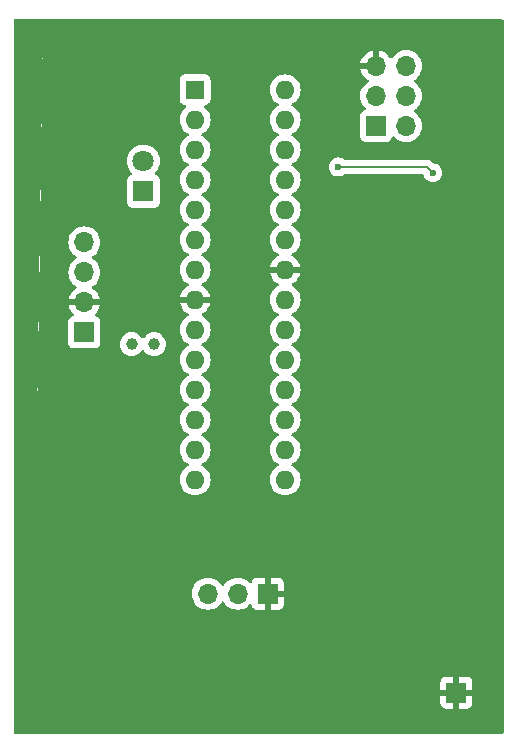
<source format=gbl>
%TF.GenerationSoftware,KiCad,Pcbnew,8.0.4*%
%TF.CreationDate,2024-12-21T23:10:03-05:00*%
%TF.ProjectId,Reaction Wheel,52656163-7469-46f6-9e20-576865656c2e,rev?*%
%TF.SameCoordinates,Original*%
%TF.FileFunction,Copper,L2,Bot*%
%TF.FilePolarity,Positive*%
%FSLAX46Y46*%
G04 Gerber Fmt 4.6, Leading zero omitted, Abs format (unit mm)*
G04 Created by KiCad (PCBNEW 8.0.4) date 2024-12-21 23:10:03*
%MOMM*%
%LPD*%
G01*
G04 APERTURE LIST*
%TA.AperFunction,ComponentPad*%
%ADD10R,1.800000X1.800000*%
%TD*%
%TA.AperFunction,ComponentPad*%
%ADD11C,1.800000*%
%TD*%
%TA.AperFunction,ComponentPad*%
%ADD12R,1.700000X1.700000*%
%TD*%
%TA.AperFunction,ComponentPad*%
%ADD13O,1.700000X1.700000*%
%TD*%
%TA.AperFunction,ComponentPad*%
%ADD14R,1.600000X1.600000*%
%TD*%
%TA.AperFunction,ComponentPad*%
%ADD15O,1.600000X1.600000*%
%TD*%
%TA.AperFunction,ComponentPad*%
%ADD16C,1.000000*%
%TD*%
%TA.AperFunction,ViaPad*%
%ADD17C,0.600000*%
%TD*%
%TA.AperFunction,Conductor*%
%ADD18C,0.200000*%
%TD*%
G04 APERTURE END LIST*
D10*
%TO.P,D1,1,K*%
%TO.N,+5V*%
X55500000Y-63540000D03*
D11*
%TO.P,D1,2,A*%
%TO.N,Net-(D1-A)*%
X55500000Y-61000000D03*
%TD*%
D12*
%TO.P,J3,1,Pin_1*%
%TO.N,+5V*%
X75210000Y-58025000D03*
D13*
%TO.P,J3,2,Pin_2*%
%TO.N,MISO*%
X77750000Y-58025000D03*
%TO.P,J3,3,Pin_3*%
%TO.N,MOSI*%
X75210000Y-55485000D03*
%TO.P,J3,4,Pin_4*%
%TO.N,SCK*%
X77750000Y-55485000D03*
%TO.P,J3,5,Pin_5*%
%TO.N,GND*%
X75210000Y-52945000D03*
%TO.P,J3,6,Pin_6*%
%TO.N,RESET*%
X77750000Y-52945000D03*
%TD*%
D12*
%TO.P,J2,1,Pin_1*%
%TO.N,+5V*%
X50500000Y-75500000D03*
D13*
%TO.P,J2,2,Pin_2*%
%TO.N,GND*%
X50500000Y-72960000D03*
%TO.P,J2,3,Pin_3*%
%TO.N,SCL*%
X50500000Y-70420000D03*
%TO.P,J2,4,Pin_4*%
%TO.N,SDA*%
X50500000Y-67880000D03*
%TD*%
D12*
%TO.P,J1,1,Pin_1*%
%TO.N,GND*%
X66025000Y-97625000D03*
D13*
%TO.P,J1,2,Pin_2*%
%TO.N,+5V*%
X63485000Y-97625000D03*
%TO.P,J1,3,Pin_3*%
%TO.N,Net-(J1-Pin_3)*%
X60945000Y-97625000D03*
%TD*%
D14*
%TO.P,U2,1,~{RESET}/PC6*%
%TO.N,RESET*%
X59880000Y-54960000D03*
D15*
%TO.P,U2,2,PD0*%
%TO.N,unconnected-(U2-PD0-Pad2)*%
X59880000Y-57500000D03*
%TO.P,U2,3,PD1*%
%TO.N,unconnected-(U2-PD1-Pad3)*%
X59880000Y-60040000D03*
%TO.P,U2,4,PD2*%
%TO.N,unconnected-(U2-PD2-Pad4)*%
X59880000Y-62580000D03*
%TO.P,U2,5,PD3*%
%TO.N,unconnected-(U2-PD3-Pad5)*%
X59880000Y-65120000D03*
%TO.P,U2,6,PD4*%
%TO.N,unconnected-(U2-PD4-Pad6)*%
X59880000Y-67660000D03*
%TO.P,U2,7,VCC*%
%TO.N,+5V*%
X59880000Y-70200000D03*
%TO.P,U2,8,GND*%
%TO.N,GND*%
X59880000Y-72740000D03*
%TO.P,U2,9,XTAL1/PB6*%
%TO.N,Net-(U2-XTAL1{slash}PB6)*%
X59880000Y-75280000D03*
%TO.P,U2,10,XTAL2/PB7*%
%TO.N,Net-(U2-XTAL2{slash}PB7)*%
X59880000Y-77820000D03*
%TO.P,U2,11,PD5*%
%TO.N,unconnected-(U2-PD5-Pad11)*%
X59880000Y-80360000D03*
%TO.P,U2,12,PD6*%
%TO.N,unconnected-(U2-PD6-Pad12)*%
X59880000Y-82900000D03*
%TO.P,U2,13,PD7*%
%TO.N,unconnected-(U2-PD7-Pad13)*%
X59880000Y-85440000D03*
%TO.P,U2,14,PB0*%
%TO.N,Net-(JP1-A)*%
X59880000Y-87980000D03*
%TO.P,U2,15,PB1*%
%TO.N,unconnected-(U2-PB1-Pad15)*%
X67500000Y-87980000D03*
%TO.P,U2,16,PB2*%
%TO.N,unconnected-(U2-PB2-Pad16)*%
X67500000Y-85440000D03*
%TO.P,U2,17,PB3*%
%TO.N,MOSI*%
X67500000Y-82900000D03*
%TO.P,U2,18,PB4*%
%TO.N,MISO*%
X67500000Y-80360000D03*
%TO.P,U2,19,PB5*%
%TO.N,SCK*%
X67500000Y-77820000D03*
%TO.P,U2,20,AVCC*%
%TO.N,+5V*%
X67500000Y-75280000D03*
%TO.P,U2,21,AREF*%
%TO.N,unconnected-(U2-AREF-Pad21)*%
X67500000Y-72740000D03*
%TO.P,U2,22,GND*%
%TO.N,GND*%
X67500000Y-70200000D03*
%TO.P,U2,23,PC0*%
%TO.N,unconnected-(U2-PC0-Pad23)*%
X67500000Y-67660000D03*
%TO.P,U2,24,PC1*%
%TO.N,unconnected-(U2-PC1-Pad24)*%
X67500000Y-65120000D03*
%TO.P,U2,25,PC2*%
%TO.N,unconnected-(U2-PC2-Pad25)*%
X67500000Y-62580000D03*
%TO.P,U2,26,PC3*%
%TO.N,unconnected-(U2-PC3-Pad26)*%
X67500000Y-60040000D03*
%TO.P,U2,27,PC4*%
%TO.N,SDA*%
X67500000Y-57500000D03*
%TO.P,U2,28,PC5*%
%TO.N,SCL*%
X67500000Y-54960000D03*
%TD*%
D16*
%TO.P,Y2,1,1*%
%TO.N,Net-(U2-XTAL2{slash}PB7)*%
X54500000Y-76500000D03*
%TO.P,Y2,2,2*%
%TO.N,Net-(U2-XTAL1{slash}PB6)*%
X56400000Y-76500000D03*
%TD*%
D12*
%TO.P,TP1,1,1*%
%TO.N,GND*%
X82000000Y-106000000D03*
%TD*%
D17*
%TO.N,GND*%
X73500000Y-70500000D03*
X53500000Y-72000000D03*
%TO.N,MOSI*%
X80000000Y-62000000D03*
X72000000Y-61500000D03*
%TD*%
D18*
%TO.N,Net-(U2-XTAL1{slash}PB6)*%
X59410000Y-75750000D02*
X59880000Y-75280000D01*
%TO.N,MOSI*%
X72000000Y-61500000D02*
X79500000Y-61500000D01*
X79500000Y-61500000D02*
X80000000Y-62000000D01*
%TD*%
%TA.AperFunction,Conductor*%
%TO.N,GND*%
G36*
X85942539Y-49020185D02*
G01*
X85988294Y-49072989D01*
X85999500Y-49124500D01*
X85999500Y-109375500D01*
X85979815Y-109442539D01*
X85927011Y-109488294D01*
X85875500Y-109499500D01*
X44624500Y-109499500D01*
X44557461Y-109479815D01*
X44511706Y-109427011D01*
X44500500Y-109375500D01*
X44500500Y-105102155D01*
X80650000Y-105102155D01*
X80650000Y-105750000D01*
X81566988Y-105750000D01*
X81534075Y-105807007D01*
X81500000Y-105934174D01*
X81500000Y-106065826D01*
X81534075Y-106192993D01*
X81566988Y-106250000D01*
X80650000Y-106250000D01*
X80650000Y-106897844D01*
X80656401Y-106957372D01*
X80656403Y-106957379D01*
X80706645Y-107092086D01*
X80706649Y-107092093D01*
X80792809Y-107207187D01*
X80792812Y-107207190D01*
X80907906Y-107293350D01*
X80907913Y-107293354D01*
X81042620Y-107343596D01*
X81042627Y-107343598D01*
X81102155Y-107349999D01*
X81102172Y-107350000D01*
X81750000Y-107350000D01*
X81750000Y-106433012D01*
X81807007Y-106465925D01*
X81934174Y-106500000D01*
X82065826Y-106500000D01*
X82192993Y-106465925D01*
X82250000Y-106433012D01*
X82250000Y-107350000D01*
X82897828Y-107350000D01*
X82897844Y-107349999D01*
X82957372Y-107343598D01*
X82957379Y-107343596D01*
X83092086Y-107293354D01*
X83092093Y-107293350D01*
X83207187Y-107207190D01*
X83207190Y-107207187D01*
X83293350Y-107092093D01*
X83293354Y-107092086D01*
X83343596Y-106957379D01*
X83343598Y-106957372D01*
X83349999Y-106897844D01*
X83350000Y-106897827D01*
X83350000Y-106250000D01*
X82433012Y-106250000D01*
X82465925Y-106192993D01*
X82500000Y-106065826D01*
X82500000Y-105934174D01*
X82465925Y-105807007D01*
X82433012Y-105750000D01*
X83350000Y-105750000D01*
X83350000Y-105102172D01*
X83349999Y-105102155D01*
X83343598Y-105042627D01*
X83343596Y-105042620D01*
X83293354Y-104907913D01*
X83293350Y-104907906D01*
X83207190Y-104792812D01*
X83207187Y-104792809D01*
X83092093Y-104706649D01*
X83092086Y-104706645D01*
X82957379Y-104656403D01*
X82957372Y-104656401D01*
X82897844Y-104650000D01*
X82250000Y-104650000D01*
X82250000Y-105566988D01*
X82192993Y-105534075D01*
X82065826Y-105500000D01*
X81934174Y-105500000D01*
X81807007Y-105534075D01*
X81750000Y-105566988D01*
X81750000Y-104650000D01*
X81102155Y-104650000D01*
X81042627Y-104656401D01*
X81042620Y-104656403D01*
X80907913Y-104706645D01*
X80907906Y-104706649D01*
X80792812Y-104792809D01*
X80792809Y-104792812D01*
X80706649Y-104907906D01*
X80706645Y-104907913D01*
X80656403Y-105042620D01*
X80656401Y-105042627D01*
X80650000Y-105102155D01*
X44500500Y-105102155D01*
X44500500Y-97624999D01*
X59589341Y-97624999D01*
X59589341Y-97625000D01*
X59609936Y-97860403D01*
X59609938Y-97860413D01*
X59671094Y-98088655D01*
X59671096Y-98088659D01*
X59671097Y-98088663D01*
X59751004Y-98260023D01*
X59770965Y-98302830D01*
X59770967Y-98302834D01*
X59879281Y-98457521D01*
X59906505Y-98496401D01*
X60073599Y-98663495D01*
X60150135Y-98717086D01*
X60267165Y-98799032D01*
X60267167Y-98799033D01*
X60267170Y-98799035D01*
X60481337Y-98898903D01*
X60709592Y-98960063D01*
X60880319Y-98975000D01*
X60944999Y-98980659D01*
X60945000Y-98980659D01*
X60945001Y-98980659D01*
X61009681Y-98975000D01*
X61180408Y-98960063D01*
X61408663Y-98898903D01*
X61622830Y-98799035D01*
X61816401Y-98663495D01*
X61983495Y-98496401D01*
X62113425Y-98310842D01*
X62168002Y-98267217D01*
X62237500Y-98260023D01*
X62299855Y-98291546D01*
X62316575Y-98310842D01*
X62446500Y-98496395D01*
X62446505Y-98496401D01*
X62613599Y-98663495D01*
X62690135Y-98717086D01*
X62807165Y-98799032D01*
X62807167Y-98799033D01*
X62807170Y-98799035D01*
X63021337Y-98898903D01*
X63249592Y-98960063D01*
X63420319Y-98975000D01*
X63484999Y-98980659D01*
X63485000Y-98980659D01*
X63485001Y-98980659D01*
X63549681Y-98975000D01*
X63720408Y-98960063D01*
X63948663Y-98898903D01*
X64162830Y-98799035D01*
X64356401Y-98663495D01*
X64478717Y-98541178D01*
X64540036Y-98507696D01*
X64609728Y-98512680D01*
X64665662Y-98554551D01*
X64682577Y-98585528D01*
X64731646Y-98717088D01*
X64731649Y-98717093D01*
X64817809Y-98832187D01*
X64817812Y-98832190D01*
X64932906Y-98918350D01*
X64932913Y-98918354D01*
X65067620Y-98968596D01*
X65067627Y-98968598D01*
X65127155Y-98974999D01*
X65127172Y-98975000D01*
X65775000Y-98975000D01*
X65775000Y-98058012D01*
X65832007Y-98090925D01*
X65959174Y-98125000D01*
X66090826Y-98125000D01*
X66217993Y-98090925D01*
X66275000Y-98058012D01*
X66275000Y-98975000D01*
X66922828Y-98975000D01*
X66922844Y-98974999D01*
X66982372Y-98968598D01*
X66982379Y-98968596D01*
X67117086Y-98918354D01*
X67117093Y-98918350D01*
X67232187Y-98832190D01*
X67232190Y-98832187D01*
X67318350Y-98717093D01*
X67318354Y-98717086D01*
X67368596Y-98582379D01*
X67368598Y-98582372D01*
X67374999Y-98522844D01*
X67375000Y-98522827D01*
X67375000Y-97875000D01*
X66458012Y-97875000D01*
X66490925Y-97817993D01*
X66525000Y-97690826D01*
X66525000Y-97559174D01*
X66490925Y-97432007D01*
X66458012Y-97375000D01*
X67375000Y-97375000D01*
X67375000Y-96727172D01*
X67374999Y-96727155D01*
X67368598Y-96667627D01*
X67368596Y-96667620D01*
X67318354Y-96532913D01*
X67318350Y-96532906D01*
X67232190Y-96417812D01*
X67232187Y-96417809D01*
X67117093Y-96331649D01*
X67117086Y-96331645D01*
X66982379Y-96281403D01*
X66982372Y-96281401D01*
X66922844Y-96275000D01*
X66275000Y-96275000D01*
X66275000Y-97191988D01*
X66217993Y-97159075D01*
X66090826Y-97125000D01*
X65959174Y-97125000D01*
X65832007Y-97159075D01*
X65775000Y-97191988D01*
X65775000Y-96275000D01*
X65127155Y-96275000D01*
X65067627Y-96281401D01*
X65067620Y-96281403D01*
X64932913Y-96331645D01*
X64932906Y-96331649D01*
X64817812Y-96417809D01*
X64817809Y-96417812D01*
X64731649Y-96532906D01*
X64731645Y-96532913D01*
X64682578Y-96664470D01*
X64640707Y-96720404D01*
X64575242Y-96744821D01*
X64506969Y-96729969D01*
X64478715Y-96708819D01*
X64434366Y-96664470D01*
X64356401Y-96586505D01*
X64356397Y-96586502D01*
X64356396Y-96586501D01*
X64162834Y-96450967D01*
X64162830Y-96450965D01*
X64091727Y-96417809D01*
X63948663Y-96351097D01*
X63948659Y-96351096D01*
X63948655Y-96351094D01*
X63720413Y-96289938D01*
X63720403Y-96289936D01*
X63485001Y-96269341D01*
X63484999Y-96269341D01*
X63249596Y-96289936D01*
X63249586Y-96289938D01*
X63021344Y-96351094D01*
X63021335Y-96351098D01*
X62807171Y-96450964D01*
X62807169Y-96450965D01*
X62613597Y-96586505D01*
X62446505Y-96753597D01*
X62316575Y-96939158D01*
X62261998Y-96982783D01*
X62192500Y-96989977D01*
X62130145Y-96958454D01*
X62113425Y-96939158D01*
X61983494Y-96753597D01*
X61816402Y-96586506D01*
X61816395Y-96586501D01*
X61622834Y-96450967D01*
X61622830Y-96450965D01*
X61551727Y-96417809D01*
X61408663Y-96351097D01*
X61408659Y-96351096D01*
X61408655Y-96351094D01*
X61180413Y-96289938D01*
X61180403Y-96289936D01*
X60945001Y-96269341D01*
X60944999Y-96269341D01*
X60709596Y-96289936D01*
X60709586Y-96289938D01*
X60481344Y-96351094D01*
X60481335Y-96351098D01*
X60267171Y-96450964D01*
X60267169Y-96450965D01*
X60073597Y-96586505D01*
X59906505Y-96753597D01*
X59770965Y-96947169D01*
X59770964Y-96947171D01*
X59671098Y-97161335D01*
X59671094Y-97161344D01*
X59609938Y-97389586D01*
X59609936Y-97389596D01*
X59589341Y-97624999D01*
X44500500Y-97624999D01*
X44500500Y-83000000D01*
X46500000Y-83000000D01*
X58583281Y-83000000D01*
X58594364Y-83126686D01*
X58594366Y-83126697D01*
X58653258Y-83346488D01*
X58653261Y-83346497D01*
X58749431Y-83552732D01*
X58749432Y-83552734D01*
X58879954Y-83739141D01*
X59040858Y-83900045D01*
X59040861Y-83900047D01*
X59227266Y-84030568D01*
X59285275Y-84057618D01*
X59337714Y-84103791D01*
X59356866Y-84170984D01*
X59336650Y-84237865D01*
X59285275Y-84282382D01*
X59227267Y-84309431D01*
X59227265Y-84309432D01*
X59040858Y-84439954D01*
X58879954Y-84600858D01*
X58749432Y-84787265D01*
X58749431Y-84787267D01*
X58653261Y-84993502D01*
X58653258Y-84993511D01*
X58594366Y-85213302D01*
X58594364Y-85213313D01*
X58574532Y-85439998D01*
X58574532Y-85440001D01*
X58594364Y-85666686D01*
X58594366Y-85666697D01*
X58653258Y-85886488D01*
X58653261Y-85886497D01*
X58749431Y-86092732D01*
X58749432Y-86092734D01*
X58879954Y-86279141D01*
X59040858Y-86440045D01*
X59040861Y-86440047D01*
X59227266Y-86570568D01*
X59285275Y-86597618D01*
X59337714Y-86643791D01*
X59356866Y-86710984D01*
X59336650Y-86777865D01*
X59285275Y-86822382D01*
X59227267Y-86849431D01*
X59227265Y-86849432D01*
X59040858Y-86979954D01*
X58879954Y-87140858D01*
X58749432Y-87327265D01*
X58749431Y-87327267D01*
X58653261Y-87533502D01*
X58653258Y-87533511D01*
X58594366Y-87753302D01*
X58594364Y-87753313D01*
X58574532Y-87979998D01*
X58574532Y-87980001D01*
X58594364Y-88206686D01*
X58594366Y-88206697D01*
X58653258Y-88426488D01*
X58653261Y-88426497D01*
X58749431Y-88632732D01*
X58749432Y-88632734D01*
X58879954Y-88819141D01*
X59040858Y-88980045D01*
X59040861Y-88980047D01*
X59227266Y-89110568D01*
X59433504Y-89206739D01*
X59653308Y-89265635D01*
X59815230Y-89279801D01*
X59879998Y-89285468D01*
X59880000Y-89285468D01*
X59880002Y-89285468D01*
X59936673Y-89280509D01*
X60106692Y-89265635D01*
X60326496Y-89206739D01*
X60532734Y-89110568D01*
X60719139Y-88980047D01*
X60880047Y-88819139D01*
X61010568Y-88632734D01*
X61106739Y-88426496D01*
X61165635Y-88206692D01*
X61185468Y-87980000D01*
X61165635Y-87753308D01*
X61106739Y-87533504D01*
X61010568Y-87327266D01*
X60880047Y-87140861D01*
X60880045Y-87140858D01*
X60719141Y-86979954D01*
X60532734Y-86849432D01*
X60532728Y-86849429D01*
X60474725Y-86822382D01*
X60422285Y-86776210D01*
X60403133Y-86709017D01*
X60423348Y-86642135D01*
X60474725Y-86597618D01*
X60532734Y-86570568D01*
X60719139Y-86440047D01*
X60880047Y-86279139D01*
X61010568Y-86092734D01*
X61106739Y-85886496D01*
X61165635Y-85666692D01*
X61185468Y-85440000D01*
X61165635Y-85213308D01*
X61106739Y-84993504D01*
X61010568Y-84787266D01*
X60880047Y-84600861D01*
X60880045Y-84600858D01*
X60719141Y-84439954D01*
X60532734Y-84309432D01*
X60532728Y-84309429D01*
X60474725Y-84282382D01*
X60422285Y-84236210D01*
X60403133Y-84169017D01*
X60423348Y-84102135D01*
X60474725Y-84057618D01*
X60532734Y-84030568D01*
X60719139Y-83900047D01*
X60880047Y-83739139D01*
X61010568Y-83552734D01*
X61106739Y-83346496D01*
X61165635Y-83126692D01*
X61176719Y-83000000D01*
X66203281Y-83000000D01*
X66214364Y-83126686D01*
X66214366Y-83126697D01*
X66273258Y-83346488D01*
X66273261Y-83346497D01*
X66369431Y-83552732D01*
X66369432Y-83552734D01*
X66499954Y-83739141D01*
X66660858Y-83900045D01*
X66660861Y-83900047D01*
X66847266Y-84030568D01*
X66905275Y-84057618D01*
X66957714Y-84103791D01*
X66976866Y-84170984D01*
X66956650Y-84237865D01*
X66905275Y-84282382D01*
X66847267Y-84309431D01*
X66847265Y-84309432D01*
X66660858Y-84439954D01*
X66499954Y-84600858D01*
X66369432Y-84787265D01*
X66369431Y-84787267D01*
X66273261Y-84993502D01*
X66273258Y-84993511D01*
X66214366Y-85213302D01*
X66214364Y-85213313D01*
X66194532Y-85439998D01*
X66194532Y-85440001D01*
X66214364Y-85666686D01*
X66214366Y-85666697D01*
X66273258Y-85886488D01*
X66273261Y-85886497D01*
X66369431Y-86092732D01*
X66369432Y-86092734D01*
X66499954Y-86279141D01*
X66660858Y-86440045D01*
X66660861Y-86440047D01*
X66847266Y-86570568D01*
X66905275Y-86597618D01*
X66957714Y-86643791D01*
X66976866Y-86710984D01*
X66956650Y-86777865D01*
X66905275Y-86822382D01*
X66847267Y-86849431D01*
X66847265Y-86849432D01*
X66660858Y-86979954D01*
X66499954Y-87140858D01*
X66369432Y-87327265D01*
X66369431Y-87327267D01*
X66273261Y-87533502D01*
X66273258Y-87533511D01*
X66214366Y-87753302D01*
X66214364Y-87753313D01*
X66194532Y-87979998D01*
X66194532Y-87980001D01*
X66214364Y-88206686D01*
X66214366Y-88206697D01*
X66273258Y-88426488D01*
X66273261Y-88426497D01*
X66369431Y-88632732D01*
X66369432Y-88632734D01*
X66499954Y-88819141D01*
X66660858Y-88980045D01*
X66660861Y-88980047D01*
X66847266Y-89110568D01*
X67053504Y-89206739D01*
X67273308Y-89265635D01*
X67435230Y-89279801D01*
X67499998Y-89285468D01*
X67500000Y-89285468D01*
X67500002Y-89285468D01*
X67556673Y-89280509D01*
X67726692Y-89265635D01*
X67946496Y-89206739D01*
X68152734Y-89110568D01*
X68339139Y-88980047D01*
X68500047Y-88819139D01*
X68630568Y-88632734D01*
X68726739Y-88426496D01*
X68785635Y-88206692D01*
X68805468Y-87980000D01*
X68785635Y-87753308D01*
X68726739Y-87533504D01*
X68630568Y-87327266D01*
X68500047Y-87140861D01*
X68500045Y-87140858D01*
X68339141Y-86979954D01*
X68152734Y-86849432D01*
X68152728Y-86849429D01*
X68094725Y-86822382D01*
X68042285Y-86776210D01*
X68023133Y-86709017D01*
X68043348Y-86642135D01*
X68094725Y-86597618D01*
X68152734Y-86570568D01*
X68339139Y-86440047D01*
X68500047Y-86279139D01*
X68630568Y-86092734D01*
X68726739Y-85886496D01*
X68785635Y-85666692D01*
X68805468Y-85440000D01*
X68785635Y-85213308D01*
X68726739Y-84993504D01*
X68630568Y-84787266D01*
X68500047Y-84600861D01*
X68500045Y-84600858D01*
X68339141Y-84439954D01*
X68152734Y-84309432D01*
X68152728Y-84309429D01*
X68094725Y-84282382D01*
X68042285Y-84236210D01*
X68023133Y-84169017D01*
X68043348Y-84102135D01*
X68094725Y-84057618D01*
X68152734Y-84030568D01*
X68339139Y-83900047D01*
X68500047Y-83739139D01*
X68630568Y-83552734D01*
X68726739Y-83346496D01*
X68785635Y-83126692D01*
X68796719Y-83000000D01*
X84000000Y-83000000D01*
X84000000Y-49500000D01*
X47000000Y-49500000D01*
X46500000Y-83000000D01*
X44500500Y-83000000D01*
X44500500Y-49124500D01*
X44520185Y-49057461D01*
X44572989Y-49011706D01*
X44624500Y-49000500D01*
X85875500Y-49000500D01*
X85942539Y-49020185D01*
G37*
%TD.AperFunction*%
%TD*%
%TA.AperFunction,Conductor*%
%TO.N,GND*%
G36*
X83000000Y-63500000D02*
G01*
X70000000Y-64000000D01*
X70092593Y-61499996D01*
X71194435Y-61499996D01*
X71194435Y-61500003D01*
X71214630Y-61679249D01*
X71214631Y-61679254D01*
X71274211Y-61849523D01*
X71368760Y-61999996D01*
X71370184Y-62002262D01*
X71497738Y-62129816D01*
X71650478Y-62225789D01*
X71820745Y-62285368D01*
X71820750Y-62285369D01*
X71999996Y-62305565D01*
X72000000Y-62305565D01*
X72000004Y-62305565D01*
X72179249Y-62285369D01*
X72179252Y-62285368D01*
X72179255Y-62285368D01*
X72349522Y-62225789D01*
X72502262Y-62129816D01*
X72502267Y-62129810D01*
X72505097Y-62127555D01*
X72507275Y-62126665D01*
X72508158Y-62126111D01*
X72508255Y-62126265D01*
X72569783Y-62101145D01*
X72582412Y-62100500D01*
X79099091Y-62100500D01*
X79166130Y-62120185D01*
X79211885Y-62172989D01*
X79216133Y-62183545D01*
X79251763Y-62285369D01*
X79274211Y-62349522D01*
X79370184Y-62502262D01*
X79497738Y-62629816D01*
X79650478Y-62725789D01*
X79820745Y-62785368D01*
X79820750Y-62785369D01*
X79999996Y-62805565D01*
X80000000Y-62805565D01*
X80000004Y-62805565D01*
X80179249Y-62785369D01*
X80179252Y-62785368D01*
X80179255Y-62785368D01*
X80349522Y-62725789D01*
X80502262Y-62629816D01*
X80629816Y-62502262D01*
X80725789Y-62349522D01*
X80785368Y-62179255D01*
X80786074Y-62172989D01*
X80805565Y-62000003D01*
X80805565Y-61999996D01*
X80785369Y-61820750D01*
X80785368Y-61820745D01*
X80725789Y-61650478D01*
X80629816Y-61497738D01*
X80502262Y-61370184D01*
X80349521Y-61274210D01*
X80179249Y-61214630D01*
X80092332Y-61204837D01*
X80027918Y-61177770D01*
X80018535Y-61169298D01*
X79980523Y-61131286D01*
X79980520Y-61131284D01*
X79868717Y-61019481D01*
X79868709Y-61019475D01*
X79766936Y-60960717D01*
X79766934Y-60960716D01*
X79731790Y-60940425D01*
X79731789Y-60940424D01*
X79719263Y-60937067D01*
X79579057Y-60899499D01*
X79420943Y-60899499D01*
X79413347Y-60899499D01*
X79413331Y-60899500D01*
X72582412Y-60899500D01*
X72515373Y-60879815D01*
X72505097Y-60872445D01*
X72502263Y-60870185D01*
X72502262Y-60870184D01*
X72445496Y-60834515D01*
X72349523Y-60774211D01*
X72179254Y-60714631D01*
X72179249Y-60714630D01*
X72000004Y-60694435D01*
X71999996Y-60694435D01*
X71820750Y-60714630D01*
X71820745Y-60714631D01*
X71650476Y-60774211D01*
X71497737Y-60870184D01*
X71370184Y-60997737D01*
X71274211Y-61150476D01*
X71214631Y-61320745D01*
X71214630Y-61320750D01*
X71194435Y-61499996D01*
X70092593Y-61499996D01*
X70315371Y-55484999D01*
X73854341Y-55484999D01*
X73854341Y-55485000D01*
X73874936Y-55720403D01*
X73874938Y-55720413D01*
X73936094Y-55948655D01*
X73936096Y-55948659D01*
X73936097Y-55948663D01*
X73940000Y-55957032D01*
X74035965Y-56162830D01*
X74035967Y-56162834D01*
X74144281Y-56317521D01*
X74171501Y-56356396D01*
X74171506Y-56356402D01*
X74293430Y-56478326D01*
X74326915Y-56539649D01*
X74321931Y-56609341D01*
X74280059Y-56665274D01*
X74249083Y-56682189D01*
X74117669Y-56731203D01*
X74117664Y-56731206D01*
X74002455Y-56817452D01*
X74002452Y-56817455D01*
X73916206Y-56932664D01*
X73916202Y-56932671D01*
X73865908Y-57067517D01*
X73859501Y-57127116D01*
X73859500Y-57127135D01*
X73859500Y-58922870D01*
X73859501Y-58922876D01*
X73865908Y-58982483D01*
X73916202Y-59117328D01*
X73916206Y-59117335D01*
X74002452Y-59232544D01*
X74002455Y-59232547D01*
X74117664Y-59318793D01*
X74117671Y-59318797D01*
X74252517Y-59369091D01*
X74252516Y-59369091D01*
X74259444Y-59369835D01*
X74312127Y-59375500D01*
X76107872Y-59375499D01*
X76167483Y-59369091D01*
X76302331Y-59318796D01*
X76417546Y-59232546D01*
X76503796Y-59117331D01*
X76552810Y-58985916D01*
X76594681Y-58929984D01*
X76660145Y-58905566D01*
X76728418Y-58920417D01*
X76756673Y-58941569D01*
X76878599Y-59063495D01*
X76975384Y-59131265D01*
X77072165Y-59199032D01*
X77072167Y-59199033D01*
X77072170Y-59199035D01*
X77286337Y-59298903D01*
X77514592Y-59360063D01*
X77691034Y-59375500D01*
X77749999Y-59380659D01*
X77750000Y-59380659D01*
X77750001Y-59380659D01*
X77808966Y-59375500D01*
X77985408Y-59360063D01*
X78213663Y-59298903D01*
X78427830Y-59199035D01*
X78621401Y-59063495D01*
X78788495Y-58896401D01*
X78924035Y-58702830D01*
X79023903Y-58488663D01*
X79085063Y-58260408D01*
X79105659Y-58025000D01*
X79085063Y-57789592D01*
X79023903Y-57561337D01*
X78924035Y-57347171D01*
X78788495Y-57153599D01*
X78788494Y-57153597D01*
X78621402Y-56986506D01*
X78621396Y-56986501D01*
X78435842Y-56856575D01*
X78392217Y-56801998D01*
X78385023Y-56732500D01*
X78416546Y-56670145D01*
X78435842Y-56653425D01*
X78548054Y-56574853D01*
X78621401Y-56523495D01*
X78788495Y-56356401D01*
X78924035Y-56162830D01*
X79023903Y-55948663D01*
X79085063Y-55720408D01*
X79105659Y-55485000D01*
X79085063Y-55249592D01*
X79023903Y-55021337D01*
X78924035Y-54807171D01*
X78918425Y-54799158D01*
X78788494Y-54613597D01*
X78621402Y-54446506D01*
X78621396Y-54446501D01*
X78435842Y-54316575D01*
X78392217Y-54261998D01*
X78385023Y-54192500D01*
X78416546Y-54130145D01*
X78435842Y-54113425D01*
X78458026Y-54097891D01*
X78621401Y-53983495D01*
X78788495Y-53816401D01*
X78924035Y-53622830D01*
X79023903Y-53408663D01*
X79085063Y-53180408D01*
X79105659Y-52945000D01*
X79085063Y-52709592D01*
X79023903Y-52481337D01*
X78924035Y-52267171D01*
X78918731Y-52259595D01*
X78788494Y-52073597D01*
X78621402Y-51906506D01*
X78621395Y-51906501D01*
X78427834Y-51770967D01*
X78427830Y-51770965D01*
X78427828Y-51770964D01*
X78213663Y-51671097D01*
X78213659Y-51671096D01*
X78213655Y-51671094D01*
X77985413Y-51609938D01*
X77985403Y-51609936D01*
X77750001Y-51589341D01*
X77749999Y-51589341D01*
X77514596Y-51609936D01*
X77514586Y-51609938D01*
X77286344Y-51671094D01*
X77286335Y-51671098D01*
X77072171Y-51770964D01*
X77072169Y-51770965D01*
X76878597Y-51906505D01*
X76711508Y-52073594D01*
X76581269Y-52259595D01*
X76526692Y-52303219D01*
X76457193Y-52310412D01*
X76394839Y-52278890D01*
X76378119Y-52259594D01*
X76248113Y-52073926D01*
X76248108Y-52073920D01*
X76081082Y-51906894D01*
X75887578Y-51771399D01*
X75673492Y-51671570D01*
X75673486Y-51671567D01*
X75460000Y-51614364D01*
X75460000Y-52511988D01*
X75402993Y-52479075D01*
X75275826Y-52445000D01*
X75144174Y-52445000D01*
X75017007Y-52479075D01*
X74960000Y-52511988D01*
X74960000Y-51614364D01*
X74959999Y-51614364D01*
X74746513Y-51671567D01*
X74746507Y-51671570D01*
X74532422Y-51771399D01*
X74532420Y-51771400D01*
X74338926Y-51906886D01*
X74338920Y-51906891D01*
X74171891Y-52073920D01*
X74171886Y-52073926D01*
X74036400Y-52267420D01*
X74036399Y-52267422D01*
X73936570Y-52481507D01*
X73936567Y-52481513D01*
X73879364Y-52694999D01*
X73879364Y-52695000D01*
X74776988Y-52695000D01*
X74744075Y-52752007D01*
X74710000Y-52879174D01*
X74710000Y-53010826D01*
X74744075Y-53137993D01*
X74776988Y-53195000D01*
X73879364Y-53195000D01*
X73936567Y-53408486D01*
X73936570Y-53408492D01*
X74036399Y-53622578D01*
X74171894Y-53816082D01*
X74338917Y-53983105D01*
X74524595Y-54113119D01*
X74568219Y-54167696D01*
X74575412Y-54237195D01*
X74543890Y-54299549D01*
X74524595Y-54316269D01*
X74338594Y-54446508D01*
X74171505Y-54613597D01*
X74035965Y-54807169D01*
X74035964Y-54807171D01*
X73936098Y-55021335D01*
X73936094Y-55021344D01*
X73874938Y-55249586D01*
X73874936Y-55249596D01*
X73854341Y-55484999D01*
X70315371Y-55484999D01*
X70500000Y-50500000D01*
X82500000Y-49500000D01*
X83000000Y-63500000D01*
G37*
%TD.AperFunction*%
%TD*%
%TA.AperFunction,Conductor*%
%TO.N,GND*%
G36*
X84000000Y-83000000D02*
G01*
X68796719Y-83000000D01*
X68805468Y-82900001D01*
X68805468Y-82899998D01*
X68785635Y-82673313D01*
X68785635Y-82673308D01*
X68726739Y-82453504D01*
X68630568Y-82247266D01*
X68500047Y-82060861D01*
X68500045Y-82060858D01*
X68339141Y-81899954D01*
X68152734Y-81769432D01*
X68152728Y-81769429D01*
X68094725Y-81742382D01*
X68042285Y-81696210D01*
X68023133Y-81629017D01*
X68043348Y-81562135D01*
X68094725Y-81517618D01*
X68152734Y-81490568D01*
X68339139Y-81360047D01*
X68500047Y-81199139D01*
X68630568Y-81012734D01*
X68726739Y-80806496D01*
X68785635Y-80586692D01*
X68805468Y-80360000D01*
X68785635Y-80133308D01*
X68726739Y-79913504D01*
X68630568Y-79707266D01*
X68500047Y-79520861D01*
X68500045Y-79520858D01*
X68339141Y-79359954D01*
X68152734Y-79229432D01*
X68152728Y-79229429D01*
X68094725Y-79202382D01*
X68042285Y-79156210D01*
X68023133Y-79089017D01*
X68043348Y-79022135D01*
X68094725Y-78977618D01*
X68152734Y-78950568D01*
X68339139Y-78820047D01*
X68500047Y-78659139D01*
X68630568Y-78472734D01*
X68726739Y-78266496D01*
X68785635Y-78046692D01*
X68805468Y-77820000D01*
X68785635Y-77593308D01*
X68726739Y-77373504D01*
X68630568Y-77167266D01*
X68500047Y-76980861D01*
X68500045Y-76980858D01*
X68339141Y-76819954D01*
X68152734Y-76689432D01*
X68152728Y-76689429D01*
X68094725Y-76662382D01*
X68042285Y-76616210D01*
X68023133Y-76549017D01*
X68043348Y-76482135D01*
X68094725Y-76437618D01*
X68152734Y-76410568D01*
X68339139Y-76280047D01*
X68500047Y-76119139D01*
X68630568Y-75932734D01*
X68726739Y-75726496D01*
X68785635Y-75506692D01*
X68805468Y-75280000D01*
X68785635Y-75053308D01*
X68726739Y-74833504D01*
X68630568Y-74627266D01*
X68500047Y-74440861D01*
X68500045Y-74440858D01*
X68339141Y-74279954D01*
X68152734Y-74149432D01*
X68152728Y-74149429D01*
X68094725Y-74122382D01*
X68042285Y-74076210D01*
X68023133Y-74009017D01*
X68043348Y-73942135D01*
X68094725Y-73897618D01*
X68095319Y-73897341D01*
X68152734Y-73870568D01*
X68339139Y-73740047D01*
X68500047Y-73579139D01*
X68630568Y-73392734D01*
X68726739Y-73186496D01*
X68785635Y-72966692D01*
X68805468Y-72740000D01*
X68785635Y-72513308D01*
X68726739Y-72293504D01*
X68630568Y-72087266D01*
X68500047Y-71900861D01*
X68500045Y-71900858D01*
X68339141Y-71739954D01*
X68152734Y-71609432D01*
X68152732Y-71609431D01*
X68119715Y-71594035D01*
X68094132Y-71582105D01*
X68041694Y-71535934D01*
X68022542Y-71468740D01*
X68042758Y-71401859D01*
X68094134Y-71357341D01*
X68152484Y-71330132D01*
X68338820Y-71199657D01*
X68499657Y-71038820D01*
X68630134Y-70852482D01*
X68726265Y-70646326D01*
X68726269Y-70646317D01*
X68778872Y-70450000D01*
X67815686Y-70450000D01*
X67820080Y-70445606D01*
X67872741Y-70354394D01*
X67900000Y-70252661D01*
X67900000Y-70147339D01*
X67872741Y-70045606D01*
X67820080Y-69954394D01*
X67815686Y-69950000D01*
X68778872Y-69950000D01*
X68778872Y-69949999D01*
X68726269Y-69753682D01*
X68726265Y-69753673D01*
X68630134Y-69547517D01*
X68499657Y-69361179D01*
X68338820Y-69200342D01*
X68152482Y-69069865D01*
X68094133Y-69042657D01*
X68041694Y-68996484D01*
X68022542Y-68929291D01*
X68042758Y-68862410D01*
X68094129Y-68817895D01*
X68152734Y-68790568D01*
X68339139Y-68660047D01*
X68500047Y-68499139D01*
X68630568Y-68312734D01*
X68726739Y-68106496D01*
X68785635Y-67886692D01*
X68805468Y-67660000D01*
X68804119Y-67644586D01*
X68785635Y-67433313D01*
X68785635Y-67433308D01*
X68726739Y-67213504D01*
X68630568Y-67007266D01*
X68500047Y-66820861D01*
X68500045Y-66820858D01*
X68339141Y-66659954D01*
X68152734Y-66529432D01*
X68152728Y-66529429D01*
X68094725Y-66502382D01*
X68042285Y-66456210D01*
X68023133Y-66389017D01*
X68043348Y-66322135D01*
X68094725Y-66277618D01*
X68152734Y-66250568D01*
X68339139Y-66120047D01*
X68500047Y-65959139D01*
X68630568Y-65772734D01*
X68726739Y-65566496D01*
X68785635Y-65346692D01*
X68805468Y-65120000D01*
X68785635Y-64893308D01*
X68726739Y-64673504D01*
X68630568Y-64467266D01*
X68500047Y-64280861D01*
X68500045Y-64280858D01*
X68339141Y-64119954D01*
X68167827Y-64000000D01*
X70000000Y-64000000D01*
X83000000Y-63500000D01*
X82500000Y-49500000D01*
X70500000Y-50500000D01*
X70000000Y-64000000D01*
X68167827Y-64000000D01*
X68152734Y-63989432D01*
X68152728Y-63989429D01*
X68094725Y-63962382D01*
X68042285Y-63916210D01*
X68023133Y-63849017D01*
X68043348Y-63782135D01*
X68094725Y-63737618D01*
X68152734Y-63710568D01*
X68339139Y-63580047D01*
X68500047Y-63419139D01*
X68630568Y-63232734D01*
X68726739Y-63026496D01*
X68785635Y-62806692D01*
X68805468Y-62580000D01*
X68785635Y-62353308D01*
X68737319Y-62172989D01*
X68726741Y-62133511D01*
X68726738Y-62133502D01*
X68723363Y-62126265D01*
X68630568Y-61927266D01*
X68500047Y-61740861D01*
X68500045Y-61740858D01*
X68339141Y-61579954D01*
X68152734Y-61449432D01*
X68152728Y-61449429D01*
X68094725Y-61422382D01*
X68042285Y-61376210D01*
X68023133Y-61309017D01*
X68043348Y-61242135D01*
X68094725Y-61197618D01*
X68152734Y-61170568D01*
X68339139Y-61040047D01*
X68500047Y-60879139D01*
X68630568Y-60692734D01*
X68726739Y-60486496D01*
X68785635Y-60266692D01*
X68805468Y-60040000D01*
X68785635Y-59813308D01*
X68726739Y-59593504D01*
X68630568Y-59387266D01*
X68522233Y-59232546D01*
X68500045Y-59200858D01*
X68339141Y-59039954D01*
X68152734Y-58909432D01*
X68152728Y-58909429D01*
X68094725Y-58882382D01*
X68042285Y-58836210D01*
X68023133Y-58769017D01*
X68043348Y-58702135D01*
X68094725Y-58657618D01*
X68152734Y-58630568D01*
X68339139Y-58500047D01*
X68500047Y-58339139D01*
X68630568Y-58152734D01*
X68726739Y-57946496D01*
X68785635Y-57726692D01*
X68805468Y-57500000D01*
X68785635Y-57273308D01*
X68726739Y-57053504D01*
X68630568Y-56847266D01*
X68500047Y-56660861D01*
X68500045Y-56660858D01*
X68339141Y-56499954D01*
X68152734Y-56369432D01*
X68152728Y-56369429D01*
X68094725Y-56342382D01*
X68042285Y-56296210D01*
X68023133Y-56229017D01*
X68043348Y-56162135D01*
X68094725Y-56117618D01*
X68152734Y-56090568D01*
X68339139Y-55960047D01*
X68500047Y-55799139D01*
X68630568Y-55612734D01*
X68726739Y-55406496D01*
X68785635Y-55186692D01*
X68805468Y-54960000D01*
X68785635Y-54733308D01*
X68726739Y-54513504D01*
X68630568Y-54307266D01*
X68500047Y-54120861D01*
X68500045Y-54120858D01*
X68339141Y-53959954D01*
X68152734Y-53829432D01*
X68152732Y-53829431D01*
X67946497Y-53733261D01*
X67946488Y-53733258D01*
X67726697Y-53674366D01*
X67726693Y-53674365D01*
X67726692Y-53674365D01*
X67726691Y-53674364D01*
X67726686Y-53674364D01*
X67500002Y-53654532D01*
X67499998Y-53654532D01*
X67273313Y-53674364D01*
X67273302Y-53674366D01*
X67053511Y-53733258D01*
X67053502Y-53733261D01*
X66847267Y-53829431D01*
X66847265Y-53829432D01*
X66660858Y-53959954D01*
X66499954Y-54120858D01*
X66369432Y-54307265D01*
X66369431Y-54307267D01*
X66273261Y-54513502D01*
X66273258Y-54513511D01*
X66214366Y-54733302D01*
X66214364Y-54733313D01*
X66194532Y-54959998D01*
X66194532Y-54960001D01*
X66214364Y-55186686D01*
X66214366Y-55186697D01*
X66273258Y-55406488D01*
X66273261Y-55406497D01*
X66369431Y-55612732D01*
X66369432Y-55612734D01*
X66499954Y-55799141D01*
X66660858Y-55960045D01*
X66660861Y-55960047D01*
X66847266Y-56090568D01*
X66905275Y-56117618D01*
X66957714Y-56163791D01*
X66976866Y-56230984D01*
X66956650Y-56297865D01*
X66905275Y-56342382D01*
X66847267Y-56369431D01*
X66847265Y-56369432D01*
X66660858Y-56499954D01*
X66499954Y-56660858D01*
X66369432Y-56847265D01*
X66369431Y-56847267D01*
X66273261Y-57053502D01*
X66273258Y-57053511D01*
X66214366Y-57273302D01*
X66214364Y-57273313D01*
X66194532Y-57499998D01*
X66194532Y-57500001D01*
X66214364Y-57726686D01*
X66214366Y-57726697D01*
X66273258Y-57946488D01*
X66273261Y-57946497D01*
X66369431Y-58152732D01*
X66369432Y-58152734D01*
X66499954Y-58339141D01*
X66660858Y-58500045D01*
X66660861Y-58500047D01*
X66847266Y-58630568D01*
X66905275Y-58657618D01*
X66957714Y-58703791D01*
X66976866Y-58770984D01*
X66956650Y-58837865D01*
X66905275Y-58882382D01*
X66847267Y-58909431D01*
X66847265Y-58909432D01*
X66660858Y-59039954D01*
X66499954Y-59200858D01*
X66369432Y-59387265D01*
X66369431Y-59387267D01*
X66273261Y-59593502D01*
X66273258Y-59593511D01*
X66214366Y-59813302D01*
X66214364Y-59813313D01*
X66194532Y-60039998D01*
X66194532Y-60040001D01*
X66214364Y-60266686D01*
X66214366Y-60266697D01*
X66273258Y-60486488D01*
X66273261Y-60486497D01*
X66369431Y-60692732D01*
X66369432Y-60692734D01*
X66499954Y-60879141D01*
X66660858Y-61040045D01*
X66660861Y-61040047D01*
X66847266Y-61170568D01*
X66862711Y-61177770D01*
X66905275Y-61197618D01*
X66957714Y-61243791D01*
X66976866Y-61310984D01*
X66956650Y-61377865D01*
X66905275Y-61422382D01*
X66847267Y-61449431D01*
X66847265Y-61449432D01*
X66660858Y-61579954D01*
X66499954Y-61740858D01*
X66369432Y-61927265D01*
X66369431Y-61927267D01*
X66273261Y-62133502D01*
X66273258Y-62133511D01*
X66214366Y-62353302D01*
X66214364Y-62353313D01*
X66194532Y-62579998D01*
X66194532Y-62580001D01*
X66214364Y-62806686D01*
X66214366Y-62806697D01*
X66273258Y-63026488D01*
X66273261Y-63026497D01*
X66369431Y-63232732D01*
X66369432Y-63232734D01*
X66499954Y-63419141D01*
X66660858Y-63580045D01*
X66660861Y-63580047D01*
X66847266Y-63710568D01*
X66905275Y-63737618D01*
X66957714Y-63783791D01*
X66976866Y-63850984D01*
X66956650Y-63917865D01*
X66905275Y-63962382D01*
X66847267Y-63989431D01*
X66847265Y-63989432D01*
X66660858Y-64119954D01*
X66499954Y-64280858D01*
X66369432Y-64467265D01*
X66369431Y-64467267D01*
X66273261Y-64673502D01*
X66273258Y-64673511D01*
X66214366Y-64893302D01*
X66214364Y-64893313D01*
X66194532Y-65119998D01*
X66194532Y-65120001D01*
X66214364Y-65346686D01*
X66214366Y-65346697D01*
X66273258Y-65566488D01*
X66273261Y-65566497D01*
X66369431Y-65772732D01*
X66369432Y-65772734D01*
X66499954Y-65959141D01*
X66660858Y-66120045D01*
X66660861Y-66120047D01*
X66847266Y-66250568D01*
X66905275Y-66277618D01*
X66957714Y-66323791D01*
X66976866Y-66390984D01*
X66956650Y-66457865D01*
X66905275Y-66502382D01*
X66847267Y-66529431D01*
X66847265Y-66529432D01*
X66660858Y-66659954D01*
X66499954Y-66820858D01*
X66369432Y-67007265D01*
X66369431Y-67007267D01*
X66273261Y-67213502D01*
X66273258Y-67213511D01*
X66214366Y-67433302D01*
X66214364Y-67433313D01*
X66194532Y-67659998D01*
X66194532Y-67660001D01*
X66214364Y-67886686D01*
X66214366Y-67886697D01*
X66273258Y-68106488D01*
X66273261Y-68106497D01*
X66369431Y-68312732D01*
X66369432Y-68312734D01*
X66499954Y-68499141D01*
X66660858Y-68660045D01*
X66660861Y-68660047D01*
X66847266Y-68790568D01*
X66905865Y-68817893D01*
X66958305Y-68864065D01*
X66977457Y-68931258D01*
X66957242Y-68998139D01*
X66905867Y-69042657D01*
X66847515Y-69069867D01*
X66661179Y-69200342D01*
X66500342Y-69361179D01*
X66369865Y-69547517D01*
X66273734Y-69753673D01*
X66273730Y-69753682D01*
X66221127Y-69949999D01*
X66221128Y-69950000D01*
X67184314Y-69950000D01*
X67179920Y-69954394D01*
X67127259Y-70045606D01*
X67100000Y-70147339D01*
X67100000Y-70252661D01*
X67127259Y-70354394D01*
X67179920Y-70445606D01*
X67184314Y-70450000D01*
X66221128Y-70450000D01*
X66273730Y-70646317D01*
X66273734Y-70646326D01*
X66369865Y-70852482D01*
X66500342Y-71038820D01*
X66661179Y-71199657D01*
X66847518Y-71330134D01*
X66847520Y-71330135D01*
X66905865Y-71357342D01*
X66958305Y-71403514D01*
X66977457Y-71470707D01*
X66957242Y-71537589D01*
X66905867Y-71582105D01*
X66880285Y-71594035D01*
X66847264Y-71609433D01*
X66660858Y-71739954D01*
X66499954Y-71900858D01*
X66369432Y-72087265D01*
X66369431Y-72087267D01*
X66273261Y-72293502D01*
X66273258Y-72293511D01*
X66214366Y-72513302D01*
X66214364Y-72513313D01*
X66194532Y-72739998D01*
X66194532Y-72740001D01*
X66214364Y-72966686D01*
X66214366Y-72966697D01*
X66273258Y-73186488D01*
X66273261Y-73186497D01*
X66369431Y-73392732D01*
X66369432Y-73392734D01*
X66499954Y-73579141D01*
X66660858Y-73740045D01*
X66660861Y-73740047D01*
X66847266Y-73870568D01*
X66904681Y-73897341D01*
X66905275Y-73897618D01*
X66957714Y-73943791D01*
X66976866Y-74010984D01*
X66956650Y-74077865D01*
X66905275Y-74122382D01*
X66847267Y-74149431D01*
X66847265Y-74149432D01*
X66660858Y-74279954D01*
X66499954Y-74440858D01*
X66369432Y-74627265D01*
X66369431Y-74627267D01*
X66273261Y-74833502D01*
X66273258Y-74833511D01*
X66214366Y-75053302D01*
X66214364Y-75053313D01*
X66194532Y-75279998D01*
X66194532Y-75280001D01*
X66214364Y-75506686D01*
X66214366Y-75506697D01*
X66273258Y-75726488D01*
X66273261Y-75726497D01*
X66369431Y-75932732D01*
X66369432Y-75932734D01*
X66499954Y-76119141D01*
X66660858Y-76280045D01*
X66660861Y-76280047D01*
X66847266Y-76410568D01*
X66905275Y-76437618D01*
X66957714Y-76483791D01*
X66976866Y-76550984D01*
X66956650Y-76617865D01*
X66905275Y-76662382D01*
X66847267Y-76689431D01*
X66847265Y-76689432D01*
X66660858Y-76819954D01*
X66499954Y-76980858D01*
X66369432Y-77167265D01*
X66369431Y-77167267D01*
X66273261Y-77373502D01*
X66273258Y-77373511D01*
X66214366Y-77593302D01*
X66214364Y-77593313D01*
X66194532Y-77819998D01*
X66194532Y-77820001D01*
X66214364Y-78046686D01*
X66214366Y-78046697D01*
X66273258Y-78266488D01*
X66273261Y-78266497D01*
X66369431Y-78472732D01*
X66369432Y-78472734D01*
X66499954Y-78659141D01*
X66660858Y-78820045D01*
X66660861Y-78820047D01*
X66847266Y-78950568D01*
X66905275Y-78977618D01*
X66957714Y-79023791D01*
X66976866Y-79090984D01*
X66956650Y-79157865D01*
X66905275Y-79202382D01*
X66847267Y-79229431D01*
X66847265Y-79229432D01*
X66660858Y-79359954D01*
X66499954Y-79520858D01*
X66369432Y-79707265D01*
X66369431Y-79707267D01*
X66273261Y-79913502D01*
X66273258Y-79913511D01*
X66214366Y-80133302D01*
X66214364Y-80133313D01*
X66194532Y-80359998D01*
X66194532Y-80360001D01*
X66214364Y-80586686D01*
X66214366Y-80586697D01*
X66273258Y-80806488D01*
X66273261Y-80806497D01*
X66369431Y-81012732D01*
X66369432Y-81012734D01*
X66499954Y-81199141D01*
X66660858Y-81360045D01*
X66660861Y-81360047D01*
X66847266Y-81490568D01*
X66905275Y-81517618D01*
X66957714Y-81563791D01*
X66976866Y-81630984D01*
X66956650Y-81697865D01*
X66905275Y-81742382D01*
X66847267Y-81769431D01*
X66847265Y-81769432D01*
X66660858Y-81899954D01*
X66499954Y-82060858D01*
X66369432Y-82247265D01*
X66369431Y-82247267D01*
X66273261Y-82453502D01*
X66273258Y-82453511D01*
X66214366Y-82673302D01*
X66214364Y-82673313D01*
X66194532Y-82899998D01*
X66194532Y-82900001D01*
X66203281Y-83000000D01*
X61176719Y-83000000D01*
X61185468Y-82900001D01*
X61185468Y-82899998D01*
X61165635Y-82673313D01*
X61165635Y-82673308D01*
X61106739Y-82453504D01*
X61010568Y-82247266D01*
X60880047Y-82060861D01*
X60880045Y-82060858D01*
X60719141Y-81899954D01*
X60532734Y-81769432D01*
X60532728Y-81769429D01*
X60474725Y-81742382D01*
X60422285Y-81696210D01*
X60403133Y-81629017D01*
X60423348Y-81562135D01*
X60474725Y-81517618D01*
X60532734Y-81490568D01*
X60719139Y-81360047D01*
X60880047Y-81199139D01*
X61010568Y-81012734D01*
X61106739Y-80806496D01*
X61165635Y-80586692D01*
X61185468Y-80360000D01*
X61165635Y-80133308D01*
X61106739Y-79913504D01*
X61010568Y-79707266D01*
X60880047Y-79520861D01*
X60880045Y-79520858D01*
X60719141Y-79359954D01*
X60532734Y-79229432D01*
X60532728Y-79229429D01*
X60474725Y-79202382D01*
X60422285Y-79156210D01*
X60403133Y-79089017D01*
X60423348Y-79022135D01*
X60474725Y-78977618D01*
X60532734Y-78950568D01*
X60719139Y-78820047D01*
X60880047Y-78659139D01*
X61010568Y-78472734D01*
X61106739Y-78266496D01*
X61165635Y-78046692D01*
X61185468Y-77820000D01*
X61165635Y-77593308D01*
X61106739Y-77373504D01*
X61010568Y-77167266D01*
X60880047Y-76980861D01*
X60880045Y-76980858D01*
X60719141Y-76819954D01*
X60532734Y-76689432D01*
X60532728Y-76689429D01*
X60474725Y-76662382D01*
X60422285Y-76616210D01*
X60403133Y-76549017D01*
X60423348Y-76482135D01*
X60474725Y-76437618D01*
X60532734Y-76410568D01*
X60719139Y-76280047D01*
X60880047Y-76119139D01*
X61010568Y-75932734D01*
X61106739Y-75726496D01*
X61165635Y-75506692D01*
X61185468Y-75280000D01*
X61165635Y-75053308D01*
X61106739Y-74833504D01*
X61010568Y-74627266D01*
X60880047Y-74440861D01*
X60880045Y-74440858D01*
X60719141Y-74279954D01*
X60532734Y-74149432D01*
X60532732Y-74149431D01*
X60474725Y-74122382D01*
X60474132Y-74122105D01*
X60421694Y-74075934D01*
X60402542Y-74008740D01*
X60422758Y-73941859D01*
X60474134Y-73897341D01*
X60532484Y-73870132D01*
X60718820Y-73739657D01*
X60879657Y-73578820D01*
X61010134Y-73392482D01*
X61106265Y-73186326D01*
X61106269Y-73186317D01*
X61158872Y-72990000D01*
X60195686Y-72990000D01*
X60200080Y-72985606D01*
X60252741Y-72894394D01*
X60280000Y-72792661D01*
X60280000Y-72687339D01*
X60252741Y-72585606D01*
X60200080Y-72494394D01*
X60195686Y-72490000D01*
X61158872Y-72490000D01*
X61158872Y-72489999D01*
X61106269Y-72293682D01*
X61106265Y-72293673D01*
X61010134Y-72087517D01*
X60879657Y-71901179D01*
X60718820Y-71740342D01*
X60532482Y-71609865D01*
X60474133Y-71582657D01*
X60421694Y-71536484D01*
X60402542Y-71469291D01*
X60422758Y-71402410D01*
X60474129Y-71357895D01*
X60532734Y-71330568D01*
X60719139Y-71200047D01*
X60880047Y-71039139D01*
X61010568Y-70852734D01*
X61106739Y-70646496D01*
X61165635Y-70426692D01*
X61185468Y-70200000D01*
X61184119Y-70184586D01*
X61165635Y-69973313D01*
X61165635Y-69973308D01*
X61106739Y-69753504D01*
X61010568Y-69547266D01*
X60880047Y-69360861D01*
X60880045Y-69360858D01*
X60719141Y-69199954D01*
X60532734Y-69069432D01*
X60532728Y-69069429D01*
X60499715Y-69054035D01*
X60474724Y-69042381D01*
X60422285Y-68996210D01*
X60403133Y-68929017D01*
X60423348Y-68862135D01*
X60474725Y-68817618D01*
X60532734Y-68790568D01*
X60719139Y-68660047D01*
X60880047Y-68499139D01*
X61010568Y-68312734D01*
X61106739Y-68106496D01*
X61165635Y-67886692D01*
X61185468Y-67660000D01*
X61184119Y-67644586D01*
X61165635Y-67433313D01*
X61165635Y-67433308D01*
X61106739Y-67213504D01*
X61010568Y-67007266D01*
X60880047Y-66820861D01*
X60880045Y-66820858D01*
X60719141Y-66659954D01*
X60532734Y-66529432D01*
X60532728Y-66529429D01*
X60474725Y-66502382D01*
X60422285Y-66456210D01*
X60403133Y-66389017D01*
X60423348Y-66322135D01*
X60474725Y-66277618D01*
X60532734Y-66250568D01*
X60719139Y-66120047D01*
X60880047Y-65959139D01*
X61010568Y-65772734D01*
X61106739Y-65566496D01*
X61165635Y-65346692D01*
X61185468Y-65120000D01*
X61165635Y-64893308D01*
X61106739Y-64673504D01*
X61010568Y-64467266D01*
X60880047Y-64280861D01*
X60880045Y-64280858D01*
X60719141Y-64119954D01*
X60532734Y-63989432D01*
X60532728Y-63989429D01*
X60474725Y-63962382D01*
X60422285Y-63916210D01*
X60403133Y-63849017D01*
X60423348Y-63782135D01*
X60474725Y-63737618D01*
X60532734Y-63710568D01*
X60719139Y-63580047D01*
X60880047Y-63419139D01*
X61010568Y-63232734D01*
X61106739Y-63026496D01*
X61165635Y-62806692D01*
X61185468Y-62580000D01*
X61165635Y-62353308D01*
X61117319Y-62172989D01*
X61106741Y-62133511D01*
X61106738Y-62133502D01*
X61103363Y-62126265D01*
X61010568Y-61927266D01*
X60880047Y-61740861D01*
X60880045Y-61740858D01*
X60719141Y-61579954D01*
X60532734Y-61449432D01*
X60532728Y-61449429D01*
X60474725Y-61422382D01*
X60422285Y-61376210D01*
X60403133Y-61309017D01*
X60423348Y-61242135D01*
X60474725Y-61197618D01*
X60532734Y-61170568D01*
X60719139Y-61040047D01*
X60880047Y-60879139D01*
X61010568Y-60692734D01*
X61106739Y-60486496D01*
X61165635Y-60266692D01*
X61185468Y-60040000D01*
X61165635Y-59813308D01*
X61106739Y-59593504D01*
X61010568Y-59387266D01*
X60902233Y-59232546D01*
X60880045Y-59200858D01*
X60719141Y-59039954D01*
X60532734Y-58909432D01*
X60532728Y-58909429D01*
X60474725Y-58882382D01*
X60422285Y-58836210D01*
X60403133Y-58769017D01*
X60423348Y-58702135D01*
X60474725Y-58657618D01*
X60532734Y-58630568D01*
X60719139Y-58500047D01*
X60880047Y-58339139D01*
X61010568Y-58152734D01*
X61106739Y-57946496D01*
X61165635Y-57726692D01*
X61185468Y-57500000D01*
X61165635Y-57273308D01*
X61106739Y-57053504D01*
X61010568Y-56847266D01*
X60880047Y-56660861D01*
X60880045Y-56660858D01*
X60719143Y-56499956D01*
X60694536Y-56482726D01*
X60650912Y-56428149D01*
X60643719Y-56358650D01*
X60675241Y-56296296D01*
X60735471Y-56260882D01*
X60752404Y-56257861D01*
X60787483Y-56254091D01*
X60922331Y-56203796D01*
X61037546Y-56117546D01*
X61123796Y-56002331D01*
X61174091Y-55867483D01*
X61180500Y-55807873D01*
X61180499Y-54112128D01*
X61174091Y-54052517D01*
X61148347Y-53983495D01*
X61123797Y-53917671D01*
X61123793Y-53917664D01*
X61037547Y-53802455D01*
X61037544Y-53802452D01*
X60922335Y-53716206D01*
X60922328Y-53716202D01*
X60787482Y-53665908D01*
X60787483Y-53665908D01*
X60727883Y-53659501D01*
X60727881Y-53659500D01*
X60727873Y-53659500D01*
X60727864Y-53659500D01*
X59032129Y-53659500D01*
X59032123Y-53659501D01*
X58972516Y-53665908D01*
X58837671Y-53716202D01*
X58837664Y-53716206D01*
X58722455Y-53802452D01*
X58722452Y-53802455D01*
X58636206Y-53917664D01*
X58636202Y-53917671D01*
X58585908Y-54052517D01*
X58579501Y-54112116D01*
X58579501Y-54112123D01*
X58579500Y-54112135D01*
X58579500Y-55807870D01*
X58579501Y-55807876D01*
X58585908Y-55867483D01*
X58636202Y-56002328D01*
X58636206Y-56002335D01*
X58722452Y-56117544D01*
X58722455Y-56117547D01*
X58837664Y-56203793D01*
X58837671Y-56203797D01*
X58882618Y-56220561D01*
X58972517Y-56254091D01*
X59007596Y-56257862D01*
X59072144Y-56284599D01*
X59111993Y-56341991D01*
X59114488Y-56411816D01*
X59078836Y-56471905D01*
X59065464Y-56482725D01*
X59040858Y-56499954D01*
X58879954Y-56660858D01*
X58749432Y-56847265D01*
X58749431Y-56847267D01*
X58653261Y-57053502D01*
X58653258Y-57053511D01*
X58594366Y-57273302D01*
X58594364Y-57273313D01*
X58574532Y-57499998D01*
X58574532Y-57500001D01*
X58594364Y-57726686D01*
X58594366Y-57726697D01*
X58653258Y-57946488D01*
X58653261Y-57946497D01*
X58749431Y-58152732D01*
X58749432Y-58152734D01*
X58879954Y-58339141D01*
X59040858Y-58500045D01*
X59040861Y-58500047D01*
X59227266Y-58630568D01*
X59285275Y-58657618D01*
X59337714Y-58703791D01*
X59356866Y-58770984D01*
X59336650Y-58837865D01*
X59285275Y-58882382D01*
X59227267Y-58909431D01*
X59227265Y-58909432D01*
X59040858Y-59039954D01*
X58879954Y-59200858D01*
X58749432Y-59387265D01*
X58749431Y-59387267D01*
X58653261Y-59593502D01*
X58653258Y-59593511D01*
X58594366Y-59813302D01*
X58594364Y-59813313D01*
X58574532Y-60039998D01*
X58574532Y-60040001D01*
X58594364Y-60266686D01*
X58594366Y-60266697D01*
X58653258Y-60486488D01*
X58653261Y-60486497D01*
X58749431Y-60692732D01*
X58749432Y-60692734D01*
X58879954Y-60879141D01*
X59040858Y-61040045D01*
X59040861Y-61040047D01*
X59227266Y-61170568D01*
X59242711Y-61177770D01*
X59285275Y-61197618D01*
X59337714Y-61243791D01*
X59356866Y-61310984D01*
X59336650Y-61377865D01*
X59285275Y-61422382D01*
X59227267Y-61449431D01*
X59227265Y-61449432D01*
X59040858Y-61579954D01*
X58879954Y-61740858D01*
X58749432Y-61927265D01*
X58749431Y-61927267D01*
X58653261Y-62133502D01*
X58653258Y-62133511D01*
X58594366Y-62353302D01*
X58594364Y-62353313D01*
X58574532Y-62579998D01*
X58574532Y-62580001D01*
X58594364Y-62806686D01*
X58594366Y-62806697D01*
X58653258Y-63026488D01*
X58653261Y-63026497D01*
X58749431Y-63232732D01*
X58749432Y-63232734D01*
X58879954Y-63419141D01*
X59040858Y-63580045D01*
X59040861Y-63580047D01*
X59227266Y-63710568D01*
X59285275Y-63737618D01*
X59337714Y-63783791D01*
X59356866Y-63850984D01*
X59336650Y-63917865D01*
X59285275Y-63962382D01*
X59227267Y-63989431D01*
X59227265Y-63989432D01*
X59040858Y-64119954D01*
X58879954Y-64280858D01*
X58749432Y-64467265D01*
X58749431Y-64467267D01*
X58653261Y-64673502D01*
X58653258Y-64673511D01*
X58594366Y-64893302D01*
X58594364Y-64893313D01*
X58574532Y-65119998D01*
X58574532Y-65120001D01*
X58594364Y-65346686D01*
X58594366Y-65346697D01*
X58653258Y-65566488D01*
X58653261Y-65566497D01*
X58749431Y-65772732D01*
X58749432Y-65772734D01*
X58879954Y-65959141D01*
X59040858Y-66120045D01*
X59040861Y-66120047D01*
X59227266Y-66250568D01*
X59285275Y-66277618D01*
X59337714Y-66323791D01*
X59356866Y-66390984D01*
X59336650Y-66457865D01*
X59285275Y-66502382D01*
X59227267Y-66529431D01*
X59227265Y-66529432D01*
X59040858Y-66659954D01*
X58879954Y-66820858D01*
X58749432Y-67007265D01*
X58749431Y-67007267D01*
X58653261Y-67213502D01*
X58653258Y-67213511D01*
X58594366Y-67433302D01*
X58594364Y-67433313D01*
X58574532Y-67659998D01*
X58574532Y-67660001D01*
X58594364Y-67886686D01*
X58594366Y-67886697D01*
X58653258Y-68106488D01*
X58653261Y-68106497D01*
X58749431Y-68312732D01*
X58749432Y-68312734D01*
X58879954Y-68499141D01*
X59040858Y-68660045D01*
X59040861Y-68660047D01*
X59227266Y-68790568D01*
X59285275Y-68817618D01*
X59337714Y-68863791D01*
X59356866Y-68930984D01*
X59336650Y-68997865D01*
X59285275Y-69042382D01*
X59227267Y-69069431D01*
X59227265Y-69069432D01*
X59040858Y-69199954D01*
X58879954Y-69360858D01*
X58749432Y-69547265D01*
X58749431Y-69547267D01*
X58653261Y-69753502D01*
X58653258Y-69753511D01*
X58594366Y-69973302D01*
X58594364Y-69973313D01*
X58574532Y-70199998D01*
X58574532Y-70200001D01*
X58594364Y-70426686D01*
X58594366Y-70426697D01*
X58653258Y-70646488D01*
X58653261Y-70646497D01*
X58749431Y-70852732D01*
X58749432Y-70852734D01*
X58879954Y-71039141D01*
X59040858Y-71200045D01*
X59040861Y-71200047D01*
X59227266Y-71330568D01*
X59285865Y-71357893D01*
X59338305Y-71404065D01*
X59357457Y-71471258D01*
X59337242Y-71538139D01*
X59285867Y-71582657D01*
X59227515Y-71609867D01*
X59041179Y-71740342D01*
X58880342Y-71901179D01*
X58749865Y-72087517D01*
X58653734Y-72293673D01*
X58653730Y-72293682D01*
X58601127Y-72489999D01*
X58601128Y-72490000D01*
X59564314Y-72490000D01*
X59559920Y-72494394D01*
X59507259Y-72585606D01*
X59480000Y-72687339D01*
X59480000Y-72792661D01*
X59507259Y-72894394D01*
X59559920Y-72985606D01*
X59564314Y-72990000D01*
X58601128Y-72990000D01*
X58653730Y-73186317D01*
X58653734Y-73186326D01*
X58749865Y-73392482D01*
X58880342Y-73578820D01*
X59041179Y-73739657D01*
X59227518Y-73870134D01*
X59227520Y-73870135D01*
X59285865Y-73897342D01*
X59338305Y-73943514D01*
X59357457Y-74010707D01*
X59337242Y-74077589D01*
X59285867Y-74122105D01*
X59227268Y-74149431D01*
X59227264Y-74149433D01*
X59040858Y-74279954D01*
X58879954Y-74440858D01*
X58749432Y-74627265D01*
X58749431Y-74627267D01*
X58653261Y-74833502D01*
X58653258Y-74833511D01*
X58594366Y-75053302D01*
X58594364Y-75053313D01*
X58574532Y-75279998D01*
X58574532Y-75280001D01*
X58594364Y-75506686D01*
X58594366Y-75506697D01*
X58653258Y-75726488D01*
X58653261Y-75726497D01*
X58749431Y-75932732D01*
X58749432Y-75932734D01*
X58879954Y-76119141D01*
X59040858Y-76280045D01*
X59040861Y-76280047D01*
X59227266Y-76410568D01*
X59285275Y-76437618D01*
X59337714Y-76483791D01*
X59356866Y-76550984D01*
X59336650Y-76617865D01*
X59285275Y-76662382D01*
X59227267Y-76689431D01*
X59227265Y-76689432D01*
X59040858Y-76819954D01*
X58879954Y-76980858D01*
X58749432Y-77167265D01*
X58749431Y-77167267D01*
X58653261Y-77373502D01*
X58653258Y-77373511D01*
X58594366Y-77593302D01*
X58594364Y-77593313D01*
X58574532Y-77819998D01*
X58574532Y-77820001D01*
X58594364Y-78046686D01*
X58594366Y-78046697D01*
X58653258Y-78266488D01*
X58653261Y-78266497D01*
X58749431Y-78472732D01*
X58749432Y-78472734D01*
X58879954Y-78659141D01*
X59040858Y-78820045D01*
X59040861Y-78820047D01*
X59227266Y-78950568D01*
X59285275Y-78977618D01*
X59337714Y-79023791D01*
X59356866Y-79090984D01*
X59336650Y-79157865D01*
X59285275Y-79202382D01*
X59227267Y-79229431D01*
X59227265Y-79229432D01*
X59040858Y-79359954D01*
X58879954Y-79520858D01*
X58749432Y-79707265D01*
X58749431Y-79707267D01*
X58653261Y-79913502D01*
X58653258Y-79913511D01*
X58594366Y-80133302D01*
X58594364Y-80133313D01*
X58574532Y-80359998D01*
X58574532Y-80360001D01*
X58594364Y-80586686D01*
X58594366Y-80586697D01*
X58653258Y-80806488D01*
X58653261Y-80806497D01*
X58749431Y-81012732D01*
X58749432Y-81012734D01*
X58879954Y-81199141D01*
X59040858Y-81360045D01*
X59040861Y-81360047D01*
X59227266Y-81490568D01*
X59285275Y-81517618D01*
X59337714Y-81563791D01*
X59356866Y-81630984D01*
X59336650Y-81697865D01*
X59285275Y-81742382D01*
X59227267Y-81769431D01*
X59227265Y-81769432D01*
X59040858Y-81899954D01*
X58879954Y-82060858D01*
X58749432Y-82247265D01*
X58749431Y-82247267D01*
X58653261Y-82453502D01*
X58653258Y-82453511D01*
X58594366Y-82673302D01*
X58594364Y-82673313D01*
X58574532Y-82899998D01*
X58574532Y-82900001D01*
X58583281Y-83000000D01*
X46500000Y-83000000D01*
X46725672Y-67879999D01*
X49144341Y-67879999D01*
X49144341Y-67880000D01*
X49164936Y-68115403D01*
X49164938Y-68115413D01*
X49226094Y-68343655D01*
X49226096Y-68343659D01*
X49226097Y-68343663D01*
X49298597Y-68499139D01*
X49325965Y-68557830D01*
X49325967Y-68557834D01*
X49461501Y-68751395D01*
X49461506Y-68751402D01*
X49628597Y-68918493D01*
X49628603Y-68918498D01*
X49814158Y-69048425D01*
X49857783Y-69103002D01*
X49864977Y-69172500D01*
X49833454Y-69234855D01*
X49814158Y-69251575D01*
X49628597Y-69381505D01*
X49461505Y-69548597D01*
X49325965Y-69742169D01*
X49325964Y-69742171D01*
X49261731Y-69879920D01*
X49229053Y-69949999D01*
X49226098Y-69956335D01*
X49226094Y-69956344D01*
X49164938Y-70184586D01*
X49164936Y-70184596D01*
X49144341Y-70419999D01*
X49144341Y-70420000D01*
X49164936Y-70655403D01*
X49164938Y-70655413D01*
X49226094Y-70883655D01*
X49226096Y-70883659D01*
X49226097Y-70883663D01*
X49298448Y-71038820D01*
X49325965Y-71097830D01*
X49325967Y-71097834D01*
X49461501Y-71291395D01*
X49461506Y-71291402D01*
X49628597Y-71458493D01*
X49628603Y-71458498D01*
X49814594Y-71588730D01*
X49858219Y-71643307D01*
X49865413Y-71712805D01*
X49833890Y-71775160D01*
X49814595Y-71791880D01*
X49628922Y-71921890D01*
X49628920Y-71921891D01*
X49461891Y-72088920D01*
X49461886Y-72088926D01*
X49326400Y-72282420D01*
X49326399Y-72282422D01*
X49226570Y-72496507D01*
X49226567Y-72496513D01*
X49169364Y-72709999D01*
X49169364Y-72710000D01*
X50066988Y-72710000D01*
X50034075Y-72767007D01*
X50000000Y-72894174D01*
X50000000Y-73025826D01*
X50034075Y-73152993D01*
X50066988Y-73210000D01*
X49169364Y-73210000D01*
X49226567Y-73423486D01*
X49226570Y-73423492D01*
X49326399Y-73637578D01*
X49461894Y-73831082D01*
X49583946Y-73953134D01*
X49617431Y-74014457D01*
X49612447Y-74084149D01*
X49570575Y-74140082D01*
X49539598Y-74156997D01*
X49407671Y-74206202D01*
X49407664Y-74206206D01*
X49292455Y-74292452D01*
X49292452Y-74292455D01*
X49206206Y-74407664D01*
X49206202Y-74407671D01*
X49155908Y-74542517D01*
X49149501Y-74602116D01*
X49149501Y-74602123D01*
X49149500Y-74602135D01*
X49149500Y-76397870D01*
X49149501Y-76397876D01*
X49155908Y-76457483D01*
X49206202Y-76592328D01*
X49206206Y-76592335D01*
X49292452Y-76707544D01*
X49292455Y-76707547D01*
X49407664Y-76793793D01*
X49407671Y-76793797D01*
X49542517Y-76844091D01*
X49542516Y-76844091D01*
X49549444Y-76844835D01*
X49602127Y-76850500D01*
X51397872Y-76850499D01*
X51457483Y-76844091D01*
X51592331Y-76793796D01*
X51707546Y-76707546D01*
X51793796Y-76592331D01*
X51828233Y-76500000D01*
X53494659Y-76500000D01*
X53513975Y-76696129D01*
X53571188Y-76884733D01*
X53664086Y-77058532D01*
X53664090Y-77058539D01*
X53789116Y-77210883D01*
X53941460Y-77335909D01*
X53941467Y-77335913D01*
X54115266Y-77428811D01*
X54115269Y-77428811D01*
X54115273Y-77428814D01*
X54303868Y-77486024D01*
X54500000Y-77505341D01*
X54696132Y-77486024D01*
X54884727Y-77428814D01*
X55058538Y-77335910D01*
X55210883Y-77210883D01*
X55335910Y-77058538D01*
X55340640Y-77049687D01*
X55389602Y-76999843D01*
X55457739Y-76984381D01*
X55523419Y-77008211D01*
X55559360Y-77049688D01*
X55564091Y-77058539D01*
X55689116Y-77210883D01*
X55841460Y-77335909D01*
X55841467Y-77335913D01*
X56015266Y-77428811D01*
X56015269Y-77428811D01*
X56015273Y-77428814D01*
X56203868Y-77486024D01*
X56400000Y-77505341D01*
X56596132Y-77486024D01*
X56784727Y-77428814D01*
X56958538Y-77335910D01*
X57110883Y-77210883D01*
X57235910Y-77058538D01*
X57328814Y-76884727D01*
X57386024Y-76696132D01*
X57405341Y-76500000D01*
X57386024Y-76303868D01*
X57328814Y-76115273D01*
X57328811Y-76115269D01*
X57328811Y-76115266D01*
X57235913Y-75941467D01*
X57235909Y-75941460D01*
X57110883Y-75789116D01*
X56958539Y-75664090D01*
X56958532Y-75664086D01*
X56784733Y-75571188D01*
X56784727Y-75571186D01*
X56596132Y-75513976D01*
X56596129Y-75513975D01*
X56400000Y-75494659D01*
X56203870Y-75513975D01*
X56015266Y-75571188D01*
X55841467Y-75664086D01*
X55841460Y-75664090D01*
X55689116Y-75789116D01*
X55564090Y-75941460D01*
X55564088Y-75941464D01*
X55559358Y-75950314D01*
X55510395Y-76000158D01*
X55442257Y-76015618D01*
X55376578Y-75991786D01*
X55340642Y-75950314D01*
X55335911Y-75941464D01*
X55335909Y-75941460D01*
X55210883Y-75789116D01*
X55058539Y-75664090D01*
X55058532Y-75664086D01*
X54884733Y-75571188D01*
X54884727Y-75571186D01*
X54696132Y-75513976D01*
X54696129Y-75513975D01*
X54500000Y-75494659D01*
X54303870Y-75513975D01*
X54115266Y-75571188D01*
X53941467Y-75664086D01*
X53941460Y-75664090D01*
X53789116Y-75789116D01*
X53664090Y-75941460D01*
X53664086Y-75941467D01*
X53571188Y-76115266D01*
X53513975Y-76303870D01*
X53494659Y-76500000D01*
X51828233Y-76500000D01*
X51844091Y-76457483D01*
X51850500Y-76397873D01*
X51850499Y-74602128D01*
X51844091Y-74542517D01*
X51793796Y-74407669D01*
X51793795Y-74407668D01*
X51793793Y-74407664D01*
X51707547Y-74292455D01*
X51707544Y-74292452D01*
X51592335Y-74206206D01*
X51592328Y-74206202D01*
X51460401Y-74156997D01*
X51404467Y-74115126D01*
X51380050Y-74049662D01*
X51394902Y-73981389D01*
X51416053Y-73953133D01*
X51538108Y-73831078D01*
X51673600Y-73637578D01*
X51773429Y-73423492D01*
X51773432Y-73423486D01*
X51830636Y-73210000D01*
X50933012Y-73210000D01*
X50965925Y-73152993D01*
X51000000Y-73025826D01*
X51000000Y-72894174D01*
X50965925Y-72767007D01*
X50933012Y-72710000D01*
X51830636Y-72710000D01*
X51830635Y-72709999D01*
X51773432Y-72496513D01*
X51773429Y-72496507D01*
X51673600Y-72282422D01*
X51673599Y-72282420D01*
X51538113Y-72088926D01*
X51538108Y-72088920D01*
X51371078Y-71921890D01*
X51185405Y-71791879D01*
X51141780Y-71737302D01*
X51134588Y-71667804D01*
X51166110Y-71605449D01*
X51185406Y-71588730D01*
X51194866Y-71582106D01*
X51371401Y-71458495D01*
X51538495Y-71291401D01*
X51674035Y-71097830D01*
X51773903Y-70883663D01*
X51835063Y-70655408D01*
X51855659Y-70420000D01*
X51835063Y-70184592D01*
X51773903Y-69956337D01*
X51674035Y-69742171D01*
X51538495Y-69548599D01*
X51538494Y-69548597D01*
X51371402Y-69381506D01*
X51371396Y-69381501D01*
X51185842Y-69251575D01*
X51142217Y-69196998D01*
X51135023Y-69127500D01*
X51166546Y-69065145D01*
X51185842Y-69048425D01*
X51208026Y-69032891D01*
X51371401Y-68918495D01*
X51538495Y-68751401D01*
X51674035Y-68557830D01*
X51773903Y-68343663D01*
X51835063Y-68115408D01*
X51855659Y-67880000D01*
X51835063Y-67644592D01*
X51773903Y-67416337D01*
X51674035Y-67202171D01*
X51538495Y-67008599D01*
X51538494Y-67008597D01*
X51371402Y-66841506D01*
X51371395Y-66841501D01*
X51177834Y-66705967D01*
X51177830Y-66705965D01*
X51079157Y-66659953D01*
X50963663Y-66606097D01*
X50963659Y-66606096D01*
X50963655Y-66606094D01*
X50735413Y-66544938D01*
X50735403Y-66544936D01*
X50500001Y-66524341D01*
X50499999Y-66524341D01*
X50264596Y-66544936D01*
X50264586Y-66544938D01*
X50036344Y-66606094D01*
X50036335Y-66606098D01*
X49822171Y-66705964D01*
X49822169Y-66705965D01*
X49628597Y-66841505D01*
X49461505Y-67008597D01*
X49325965Y-67202169D01*
X49325964Y-67202171D01*
X49226098Y-67416335D01*
X49226094Y-67416344D01*
X49164938Y-67644586D01*
X49164936Y-67644596D01*
X49144341Y-67879999D01*
X46725672Y-67879999D01*
X46828359Y-60999993D01*
X54094700Y-60999993D01*
X54094700Y-61000006D01*
X54113864Y-61231297D01*
X54113866Y-61231308D01*
X54170842Y-61456300D01*
X54264075Y-61668848D01*
X54391016Y-61863147D01*
X54391019Y-61863151D01*
X54391021Y-61863153D01*
X54485803Y-61966114D01*
X54516724Y-62028767D01*
X54508864Y-62098193D01*
X54464716Y-62152348D01*
X54437906Y-62166277D01*
X54357669Y-62196203D01*
X54357664Y-62196206D01*
X54242455Y-62282452D01*
X54242452Y-62282455D01*
X54156206Y-62397664D01*
X54156202Y-62397671D01*
X54105908Y-62532517D01*
X54099501Y-62592116D01*
X54099501Y-62592123D01*
X54099500Y-62592135D01*
X54099500Y-64487870D01*
X54099501Y-64487876D01*
X54105908Y-64547483D01*
X54156202Y-64682328D01*
X54156206Y-64682335D01*
X54242452Y-64797544D01*
X54242455Y-64797547D01*
X54357664Y-64883793D01*
X54357671Y-64883797D01*
X54492517Y-64934091D01*
X54492516Y-64934091D01*
X54499444Y-64934835D01*
X54552127Y-64940500D01*
X56447872Y-64940499D01*
X56507483Y-64934091D01*
X56642331Y-64883796D01*
X56757546Y-64797546D01*
X56843796Y-64682331D01*
X56894091Y-64547483D01*
X56900500Y-64487873D01*
X56900499Y-62592128D01*
X56894091Y-62532517D01*
X56843796Y-62397669D01*
X56843795Y-62397668D01*
X56843793Y-62397664D01*
X56757547Y-62282455D01*
X56757544Y-62282452D01*
X56642335Y-62196206D01*
X56642328Y-62196202D01*
X56562094Y-62166277D01*
X56506160Y-62124406D01*
X56481743Y-62058941D01*
X56496595Y-61990668D01*
X56514190Y-61966121D01*
X56608979Y-61863153D01*
X56735924Y-61668849D01*
X56829157Y-61456300D01*
X56886134Y-61231305D01*
X56887516Y-61214630D01*
X56905300Y-61000006D01*
X56905300Y-60999993D01*
X56886135Y-60768702D01*
X56886133Y-60768691D01*
X56829157Y-60543699D01*
X56735924Y-60331151D01*
X56608983Y-60136852D01*
X56608980Y-60136849D01*
X56608979Y-60136847D01*
X56451784Y-59966087D01*
X56451779Y-59966083D01*
X56451777Y-59966081D01*
X56268634Y-59823535D01*
X56268628Y-59823531D01*
X56064504Y-59713064D01*
X56064495Y-59713061D01*
X55844984Y-59637702D01*
X55673282Y-59609050D01*
X55616049Y-59599500D01*
X55383951Y-59599500D01*
X55338164Y-59607140D01*
X55155015Y-59637702D01*
X54935504Y-59713061D01*
X54935495Y-59713064D01*
X54731371Y-59823531D01*
X54731365Y-59823535D01*
X54548222Y-59966081D01*
X54548219Y-59966084D01*
X54391016Y-60136852D01*
X54264075Y-60331151D01*
X54170842Y-60543699D01*
X54113866Y-60768691D01*
X54113864Y-60768702D01*
X54094700Y-60999993D01*
X46828359Y-60999993D01*
X47000000Y-49500000D01*
X84000000Y-49500000D01*
X84000000Y-83000000D01*
G37*
%TD.AperFunction*%
%TD*%
M02*

</source>
